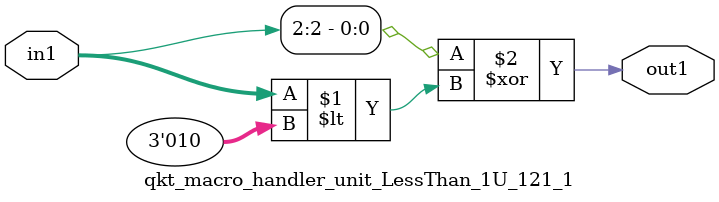
<source format=v>

`timescale 1ps / 1ps


module qkt_macro_handler_unit_LessThan_1U_121_1( in1, out1 );

    input [2:0] in1;
    output out1;

    
    // rtl_process:qkt_macro_handler_unit_LessThan_1U_121_1/qkt_macro_handler_unit_LessThan_1U_121_1_thread_1
    assign out1 = (in1[2] ^ in1 < 3'd2);

endmodule



</source>
